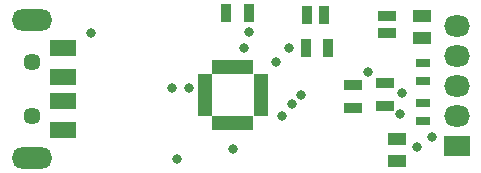
<source format=gts>
G04*
G04 #@! TF.GenerationSoftware,Altium Limited,Altium Designer,20.0.10 (225)*
G04*
G04 Layer_Color=204*
%FSLAX44Y44*%
%MOMM*%
G71*
G01*
G75*
%ADD22R,2.2000X1.4000*%
%ADD23R,1.5000X0.9000*%
%ADD24R,0.9000X1.5000*%
%ADD25R,1.5000X1.1000*%
%ADD26R,1.5500X0.9500*%
%ADD27R,0.9500X1.5500*%
%ADD28R,1.1500X0.5000*%
%ADD29R,0.5000X1.1500*%
%ADD30R,1.2500X0.6500*%
%ADD31O,3.4500X1.8250*%
%ADD32C,1.4500*%
%ADD33O,2.2000X1.8000*%
%ADD34R,2.2000X1.8000*%
%ADD35C,0.8000*%
D22*
X46000Y82500D02*
D03*
Y37500D02*
D03*
Y62500D02*
D03*
Y107500D02*
D03*
D23*
X319000Y77500D02*
D03*
Y58500D02*
D03*
X292000Y56500D02*
D03*
Y75500D02*
D03*
D24*
X271000Y107000D02*
D03*
X252000D02*
D03*
X203500Y137000D02*
D03*
X184500D02*
D03*
D25*
X350000Y115500D02*
D03*
Y134500D02*
D03*
X329000Y30500D02*
D03*
Y11500D02*
D03*
D26*
X321000Y134250D02*
D03*
Y119750D02*
D03*
D27*
X267250Y135000D02*
D03*
X252750D02*
D03*
D28*
X213750Y52250D02*
D03*
Y57250D02*
D03*
Y62250D02*
D03*
Y67250D02*
D03*
Y72250D02*
D03*
Y77250D02*
D03*
Y82250D02*
D03*
X166250D02*
D03*
Y77250D02*
D03*
Y72250D02*
D03*
Y67250D02*
D03*
Y62250D02*
D03*
Y57250D02*
D03*
Y52250D02*
D03*
D29*
X205000Y91000D02*
D03*
X200000D02*
D03*
X195000D02*
D03*
X190000D02*
D03*
X185000D02*
D03*
X180000D02*
D03*
X175000D02*
D03*
Y43500D02*
D03*
X180000D02*
D03*
X185000D02*
D03*
X190000D02*
D03*
X195000D02*
D03*
X200000D02*
D03*
X205000D02*
D03*
D30*
X351000Y94750D02*
D03*
Y79250D02*
D03*
Y60750D02*
D03*
Y45250D02*
D03*
D31*
X20000Y14000D02*
D03*
Y131000D02*
D03*
D32*
Y50000D02*
D03*
Y95000D02*
D03*
D33*
X380000Y125800D02*
D03*
Y100400D02*
D03*
Y75000D02*
D03*
Y49600D02*
D03*
D34*
Y24200D02*
D03*
D35*
X232000Y50000D02*
D03*
X248000Y67000D02*
D03*
X240000Y60000D02*
D03*
X70000Y120000D02*
D03*
X333000Y69000D02*
D03*
X139000Y73000D02*
D03*
X153000D02*
D03*
X190000Y22000D02*
D03*
X200000Y107000D02*
D03*
X238000D02*
D03*
X305000Y87000D02*
D03*
X331500Y51500D02*
D03*
X346000Y23000D02*
D03*
X204000Y121000D02*
D03*
X359000Y32000D02*
D03*
X143000Y13000D02*
D03*
X227000Y95000D02*
D03*
M02*

</source>
